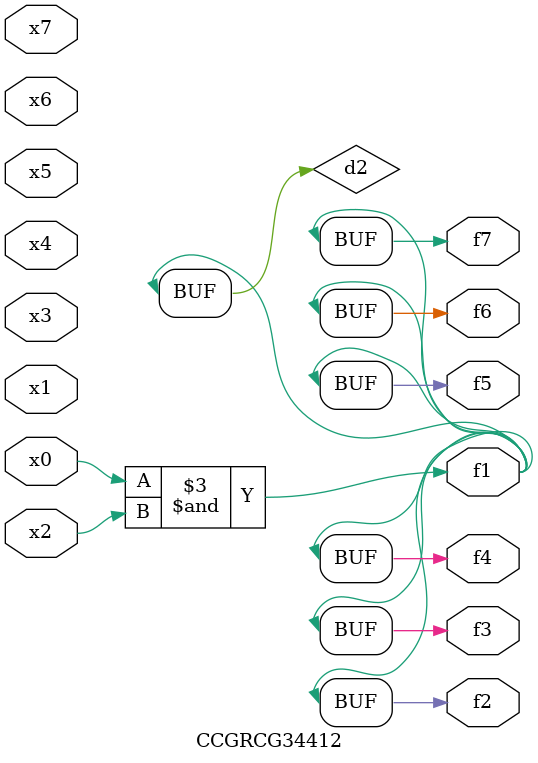
<source format=v>
module CCGRCG34412(
	input x0, x1, x2, x3, x4, x5, x6, x7,
	output f1, f2, f3, f4, f5, f6, f7
);

	wire d1, d2;

	nor (d1, x3, x6);
	and (d2, x0, x2);
	assign f1 = d2;
	assign f2 = d2;
	assign f3 = d2;
	assign f4 = d2;
	assign f5 = d2;
	assign f6 = d2;
	assign f7 = d2;
endmodule

</source>
